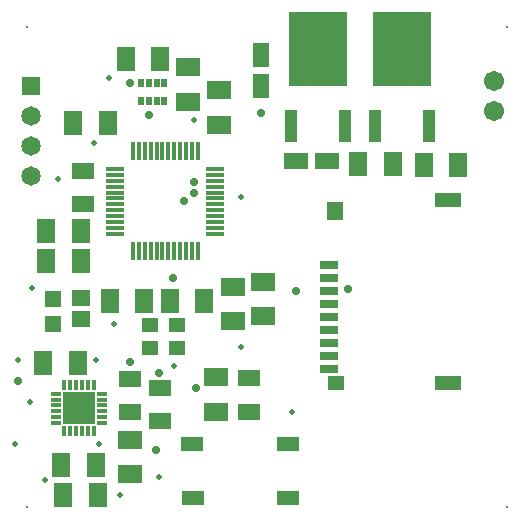
<source format=gts>
G04*
G04 #@! TF.GenerationSoftware,Altium Limited,Altium Designer,20.0.13 (296)*
G04*
G04 Layer_Color=8388736*
%FSLAX25Y25*%
%MOIN*%
G70*
G01*
G75*
%ADD23R,0.05512X0.06299*%
%ADD24R,0.08661X0.04724*%
%ADD25R,0.05512X0.04724*%
%ADD26R,0.06299X0.02756*%
%ADD39R,0.05918X0.07887*%
%ADD40R,0.07296X0.05524*%
%ADD41R,0.01575X0.06102*%
%ADD42R,0.06102X0.01575*%
%ADD43R,0.07887X0.05642*%
%ADD44R,0.04134X0.10630*%
%ADD45R,0.19685X0.24803*%
%ADD46R,0.05642X0.07887*%
%ADD47R,0.07887X0.05918*%
%ADD48R,0.05512X0.04724*%
%ADD49R,0.05524X0.05524*%
%ADD50R,0.01378X0.03543*%
%ADD51R,0.03543X0.01378*%
%ADD52R,0.10630X0.11024*%
%ADD53R,0.06115X0.05328*%
%ADD54R,0.02178X0.02769*%
%ADD55R,0.07480X0.04724*%
%ADD56C,0.06706*%
%ADD57C,0.06496*%
%ADD58R,0.06496X0.06496*%
%ADD59C,0.00800*%
%ADD60C,0.01981*%
%ADD61C,0.02769*%
D23*
X197502Y457946D02*
D03*
D24*
X235297Y461490D02*
D03*
X235297Y400466D02*
D03*
D25*
X197895D02*
D03*
D26*
X195533Y405191D02*
D03*
Y409521D02*
D03*
Y413852D02*
D03*
Y418183D02*
D03*
Y422513D02*
D03*
Y426844D02*
D03*
Y431175D02*
D03*
Y435505D02*
D03*
Y439836D02*
D03*
D39*
X107000Y363000D02*
D03*
X118417D02*
D03*
X117709Y373000D02*
D03*
X106291D02*
D03*
X101291Y451000D02*
D03*
X112709D02*
D03*
X121709Y487000D02*
D03*
X110291D02*
D03*
X216732Y473622D02*
D03*
X205315D02*
D03*
X238500Y473000D02*
D03*
X227083D02*
D03*
X142520Y427953D02*
D03*
X153937D02*
D03*
X112709Y441000D02*
D03*
X101291D02*
D03*
X133858Y427953D02*
D03*
X122441D02*
D03*
X100291Y407000D02*
D03*
X111709D02*
D03*
X127791Y508500D02*
D03*
X139209D02*
D03*
D40*
X113386Y471260D02*
D03*
Y460236D02*
D03*
X129126Y401811D02*
D03*
Y390787D02*
D03*
X139126Y398811D02*
D03*
Y387787D02*
D03*
X168898Y390945D02*
D03*
Y401968D02*
D03*
D41*
X130173Y444366D02*
D03*
X132142D02*
D03*
X134110D02*
D03*
X136079D02*
D03*
X138047D02*
D03*
X140016D02*
D03*
X141984D02*
D03*
X143953D02*
D03*
X145921D02*
D03*
X147890D02*
D03*
X149858D02*
D03*
X151827D02*
D03*
Y477634D02*
D03*
X149858D02*
D03*
X147890D02*
D03*
X145921D02*
D03*
X143953D02*
D03*
X141984D02*
D03*
X140016D02*
D03*
X138047D02*
D03*
X136079D02*
D03*
X134110D02*
D03*
X132142D02*
D03*
X130173D02*
D03*
D42*
X157634Y450173D02*
D03*
Y452142D02*
D03*
Y454110D02*
D03*
Y456079D02*
D03*
Y458047D02*
D03*
Y460016D02*
D03*
Y461984D02*
D03*
Y463953D02*
D03*
Y465921D02*
D03*
Y467890D02*
D03*
Y469858D02*
D03*
Y471827D02*
D03*
X124366D02*
D03*
Y469858D02*
D03*
Y467890D02*
D03*
Y465921D02*
D03*
Y463953D02*
D03*
Y461984D02*
D03*
Y460016D02*
D03*
Y458047D02*
D03*
Y456079D02*
D03*
Y454110D02*
D03*
Y452142D02*
D03*
Y450173D02*
D03*
D43*
X194921Y474409D02*
D03*
X184606D02*
D03*
D44*
X211024Y486161D02*
D03*
X228976D02*
D03*
X183024D02*
D03*
X200976D02*
D03*
D45*
X220000Y511752D02*
D03*
X192000D02*
D03*
D46*
X173000Y499342D02*
D03*
Y509657D02*
D03*
D47*
X173622Y434055D02*
D03*
Y422638D02*
D03*
X163386Y421063D02*
D03*
Y432480D02*
D03*
X157874Y402362D02*
D03*
Y390945D02*
D03*
X159000Y498000D02*
D03*
Y486583D02*
D03*
X148500Y494291D02*
D03*
Y505709D02*
D03*
X129126Y370091D02*
D03*
Y381508D02*
D03*
D48*
X135753Y419645D02*
D03*
X144808D02*
D03*
X135814Y412136D02*
D03*
X144826Y412200D02*
D03*
D49*
X103543Y428346D02*
D03*
Y420079D02*
D03*
D50*
X117126Y399654D02*
D03*
X115157D02*
D03*
X113189D02*
D03*
X111221D02*
D03*
X109252D02*
D03*
X107283D02*
D03*
Y384299D02*
D03*
X109252D02*
D03*
X111221D02*
D03*
X113189D02*
D03*
X115157D02*
D03*
X117126D02*
D03*
D51*
X104528Y396898D02*
D03*
Y394929D02*
D03*
Y392961D02*
D03*
Y390992D02*
D03*
Y389024D02*
D03*
Y387055D02*
D03*
X119882D02*
D03*
Y389024D02*
D03*
Y390992D02*
D03*
Y392961D02*
D03*
Y394929D02*
D03*
Y396898D02*
D03*
D52*
X112205Y391976D02*
D03*
D53*
X112992Y421752D02*
D03*
Y428642D02*
D03*
D54*
X140685Y500295D02*
D03*
X138126D02*
D03*
X135567D02*
D03*
X133008D02*
D03*
D03*
Y494587D02*
D03*
X135567D02*
D03*
X138126D02*
D03*
X140685D02*
D03*
D55*
X150205Y362118D02*
D03*
X181890Y362260D02*
D03*
Y380134D02*
D03*
X149961D02*
D03*
D56*
X250500Y501000D02*
D03*
Y491000D02*
D03*
D57*
X96063Y479370D02*
D03*
Y489370D02*
D03*
Y469370D02*
D03*
D58*
Y499370D02*
D03*
D59*
X95000Y359000D02*
D03*
X255000D02*
D03*
Y519000D02*
D03*
X95000D02*
D03*
D60*
X144000Y406000D02*
D03*
X124000Y420000D02*
D03*
X119000Y380000D02*
D03*
X101000Y368000D02*
D03*
X91000Y380000D02*
D03*
X96000Y394000D02*
D03*
X92000Y408000D02*
D03*
X118000D02*
D03*
X125984Y363189D02*
D03*
X166339Y412402D02*
D03*
Y462598D02*
D03*
X139000Y369000D02*
D03*
X183071Y390748D02*
D03*
X96457Y432087D02*
D03*
X150591Y488189D02*
D03*
X117126Y480315D02*
D03*
X105315Y468504D02*
D03*
X122047Y501968D02*
D03*
D61*
X138000Y378000D02*
D03*
X92000Y401000D02*
D03*
X201969Y431890D02*
D03*
X172835Y490551D02*
D03*
X129134Y500394D02*
D03*
X184682Y431139D02*
D03*
X143701Y435433D02*
D03*
X151181Y398819D02*
D03*
X147244Y461024D02*
D03*
X150394Y467323D02*
D03*
X135592Y489923D02*
D03*
X150394Y463779D02*
D03*
X138976Y403937D02*
D03*
X129134Y407480D02*
D03*
M02*

</source>
